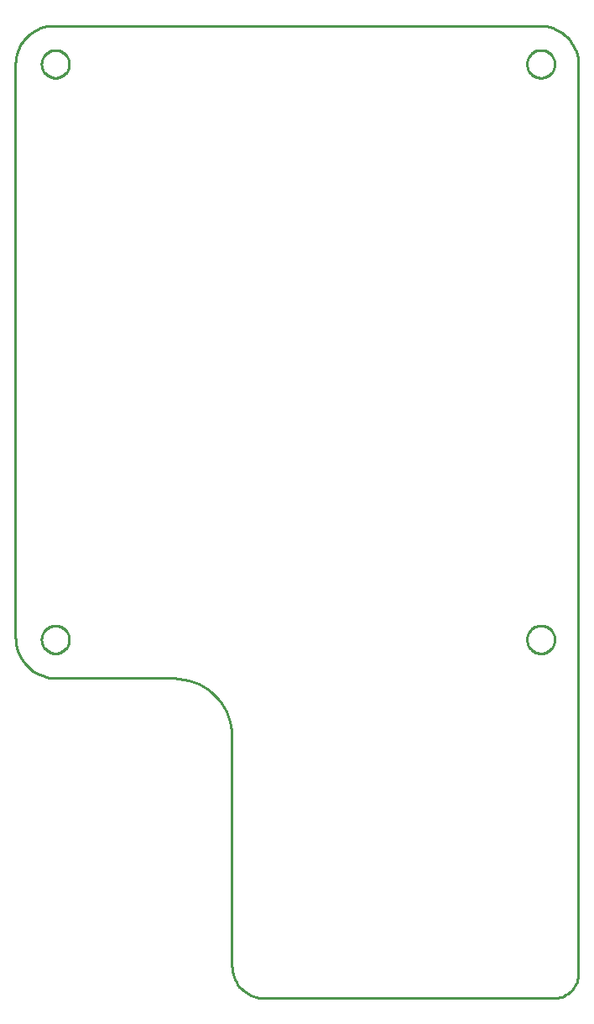
<source format=gbr>
G04 EAGLE Gerber RS-274X export*
G75*
%MOMM*%
%FSLAX34Y34*%
%LPD*%
%IN*%
%IPPOS*%
%AMOC8*
5,1,8,0,0,1.08239X$1,22.5*%
G01*
%ADD10C,0.254000*%


D10*
X139700Y412701D02*
X139859Y409053D01*
X140336Y405432D01*
X141126Y401867D01*
X142225Y398384D01*
X143622Y395010D01*
X145308Y391771D01*
X147270Y388691D01*
X149494Y385793D01*
X151961Y383101D01*
X154653Y380634D01*
X157551Y378410D01*
X160631Y376448D01*
X163870Y374762D01*
X167244Y373365D01*
X170727Y372266D01*
X174292Y371476D01*
X177913Y370999D01*
X181561Y370840D01*
X299720Y370840D01*
X304812Y370618D01*
X309865Y369952D01*
X314840Y368849D01*
X319701Y367317D01*
X324409Y365367D01*
X328930Y363013D01*
X333228Y360275D01*
X337272Y357172D01*
X341029Y353729D01*
X344472Y349972D01*
X347575Y345928D01*
X350313Y341630D01*
X352667Y337109D01*
X354617Y332401D01*
X356149Y327540D01*
X357252Y322565D01*
X357918Y317512D01*
X358140Y312420D01*
X358140Y81280D01*
X358266Y78402D01*
X358642Y75546D01*
X359265Y72734D01*
X360131Y69987D01*
X361234Y67325D01*
X362564Y64770D01*
X364112Y62341D01*
X365865Y60055D01*
X367811Y57931D01*
X369935Y55985D01*
X372221Y54232D01*
X374650Y52684D01*
X377205Y51354D01*
X379867Y50251D01*
X382614Y49385D01*
X385426Y48762D01*
X388282Y48386D01*
X391160Y48260D01*
X682500Y48260D01*
X684714Y48357D01*
X686911Y48646D01*
X689074Y49125D01*
X691187Y49792D01*
X693235Y50640D01*
X695200Y51663D01*
X697069Y52854D01*
X698827Y54202D01*
X700461Y55700D01*
X701958Y57333D01*
X703306Y59091D01*
X704497Y60960D01*
X705520Y62926D01*
X706368Y64973D01*
X707035Y67086D01*
X707514Y69249D01*
X707803Y71446D01*
X707900Y73660D01*
X707900Y989025D01*
X707749Y992474D01*
X707299Y995897D01*
X706552Y999267D01*
X705513Y1002560D01*
X704192Y1005750D01*
X702598Y1008812D01*
X700743Y1011724D01*
X698641Y1014463D01*
X696309Y1017009D01*
X693763Y1019341D01*
X691024Y1021443D01*
X688112Y1023298D01*
X685050Y1024892D01*
X681860Y1026213D01*
X678567Y1027252D01*
X675197Y1027999D01*
X671774Y1028449D01*
X668325Y1028600D01*
X178461Y1028600D01*
X175083Y1028453D01*
X171730Y1028011D01*
X168429Y1027279D01*
X165204Y1026262D01*
X162080Y1024968D01*
X159080Y1023407D01*
X156229Y1021590D01*
X153546Y1019532D01*
X151053Y1017247D01*
X148768Y1014754D01*
X146710Y1012071D01*
X144893Y1009220D01*
X143332Y1006220D01*
X142038Y1003096D01*
X141021Y999871D01*
X140289Y996570D01*
X139848Y993217D01*
X139700Y989839D01*
X139700Y412701D01*
X194000Y409500D02*
X193929Y408503D01*
X193786Y407513D01*
X193574Y406536D01*
X193292Y405576D01*
X192943Y404639D01*
X192527Y403729D01*
X192048Y402852D01*
X191507Y402010D01*
X190908Y401210D01*
X190253Y400454D01*
X189546Y399747D01*
X188790Y399092D01*
X187990Y398493D01*
X187148Y397952D01*
X186271Y397473D01*
X185361Y397057D01*
X184424Y396708D01*
X183465Y396426D01*
X182487Y396214D01*
X181498Y396071D01*
X180500Y396000D01*
X179500Y396000D01*
X178503Y396071D01*
X177513Y396214D01*
X176536Y396426D01*
X175576Y396708D01*
X174639Y397057D01*
X173729Y397473D01*
X172852Y397952D01*
X172010Y398493D01*
X171210Y399092D01*
X170454Y399747D01*
X169747Y400454D01*
X169092Y401210D01*
X168493Y402010D01*
X167952Y402852D01*
X167473Y403729D01*
X167057Y404639D01*
X166708Y405576D01*
X166426Y406536D01*
X166214Y407513D01*
X166071Y408503D01*
X166000Y409500D01*
X166000Y410500D01*
X166071Y411498D01*
X166214Y412487D01*
X166426Y413465D01*
X166708Y414424D01*
X167057Y415361D01*
X167473Y416271D01*
X167952Y417148D01*
X168493Y417990D01*
X169092Y418790D01*
X169747Y419546D01*
X170454Y420253D01*
X171210Y420908D01*
X172010Y421507D01*
X172852Y422048D01*
X173729Y422527D01*
X174639Y422943D01*
X175576Y423292D01*
X176536Y423574D01*
X177513Y423786D01*
X178503Y423929D01*
X179500Y424000D01*
X180500Y424000D01*
X181498Y423929D01*
X182487Y423786D01*
X183465Y423574D01*
X184424Y423292D01*
X185361Y422943D01*
X186271Y422527D01*
X187148Y422048D01*
X187990Y421507D01*
X188790Y420908D01*
X189546Y420253D01*
X190253Y419546D01*
X190908Y418790D01*
X191507Y417990D01*
X192048Y417148D01*
X192527Y416271D01*
X192943Y415361D01*
X193292Y414424D01*
X193574Y413465D01*
X193786Y412487D01*
X193929Y411498D01*
X194000Y410500D01*
X194000Y409500D01*
X684000Y409500D02*
X683929Y408503D01*
X683786Y407513D01*
X683574Y406536D01*
X683292Y405576D01*
X682943Y404639D01*
X682527Y403729D01*
X682048Y402852D01*
X681507Y402010D01*
X680908Y401210D01*
X680253Y400454D01*
X679546Y399747D01*
X678790Y399092D01*
X677990Y398493D01*
X677148Y397952D01*
X676271Y397473D01*
X675361Y397057D01*
X674424Y396708D01*
X673465Y396426D01*
X672487Y396214D01*
X671498Y396071D01*
X670500Y396000D01*
X669500Y396000D01*
X668503Y396071D01*
X667513Y396214D01*
X666536Y396426D01*
X665576Y396708D01*
X664639Y397057D01*
X663729Y397473D01*
X662852Y397952D01*
X662010Y398493D01*
X661210Y399092D01*
X660454Y399747D01*
X659747Y400454D01*
X659092Y401210D01*
X658493Y402010D01*
X657952Y402852D01*
X657473Y403729D01*
X657057Y404639D01*
X656708Y405576D01*
X656426Y406536D01*
X656214Y407513D01*
X656071Y408503D01*
X656000Y409500D01*
X656000Y410500D01*
X656071Y411498D01*
X656214Y412487D01*
X656426Y413465D01*
X656708Y414424D01*
X657057Y415361D01*
X657473Y416271D01*
X657952Y417148D01*
X658493Y417990D01*
X659092Y418790D01*
X659747Y419546D01*
X660454Y420253D01*
X661210Y420908D01*
X662010Y421507D01*
X662852Y422048D01*
X663729Y422527D01*
X664639Y422943D01*
X665576Y423292D01*
X666536Y423574D01*
X667513Y423786D01*
X668503Y423929D01*
X669500Y424000D01*
X670500Y424000D01*
X671498Y423929D01*
X672487Y423786D01*
X673465Y423574D01*
X674424Y423292D01*
X675361Y422943D01*
X676271Y422527D01*
X677148Y422048D01*
X677990Y421507D01*
X678790Y420908D01*
X679546Y420253D01*
X680253Y419546D01*
X680908Y418790D01*
X681507Y417990D01*
X682048Y417148D01*
X682527Y416271D01*
X682943Y415361D01*
X683292Y414424D01*
X683574Y413465D01*
X683786Y412487D01*
X683929Y411498D01*
X684000Y410500D01*
X684000Y409500D01*
X194000Y989500D02*
X193929Y988503D01*
X193786Y987513D01*
X193574Y986536D01*
X193292Y985576D01*
X192943Y984639D01*
X192527Y983729D01*
X192048Y982852D01*
X191507Y982010D01*
X190908Y981210D01*
X190253Y980454D01*
X189546Y979747D01*
X188790Y979092D01*
X187990Y978493D01*
X187148Y977952D01*
X186271Y977473D01*
X185361Y977057D01*
X184424Y976708D01*
X183465Y976426D01*
X182487Y976214D01*
X181498Y976071D01*
X180500Y976000D01*
X179500Y976000D01*
X178503Y976071D01*
X177513Y976214D01*
X176536Y976426D01*
X175576Y976708D01*
X174639Y977057D01*
X173729Y977473D01*
X172852Y977952D01*
X172010Y978493D01*
X171210Y979092D01*
X170454Y979747D01*
X169747Y980454D01*
X169092Y981210D01*
X168493Y982010D01*
X167952Y982852D01*
X167473Y983729D01*
X167057Y984639D01*
X166708Y985576D01*
X166426Y986536D01*
X166214Y987513D01*
X166071Y988503D01*
X166000Y989500D01*
X166000Y990500D01*
X166071Y991498D01*
X166214Y992487D01*
X166426Y993465D01*
X166708Y994424D01*
X167057Y995361D01*
X167473Y996271D01*
X167952Y997148D01*
X168493Y997990D01*
X169092Y998790D01*
X169747Y999546D01*
X170454Y1000253D01*
X171210Y1000908D01*
X172010Y1001507D01*
X172852Y1002048D01*
X173729Y1002527D01*
X174639Y1002943D01*
X175576Y1003292D01*
X176536Y1003574D01*
X177513Y1003786D01*
X178503Y1003929D01*
X179500Y1004000D01*
X180500Y1004000D01*
X181498Y1003929D01*
X182487Y1003786D01*
X183465Y1003574D01*
X184424Y1003292D01*
X185361Y1002943D01*
X186271Y1002527D01*
X187148Y1002048D01*
X187990Y1001507D01*
X188790Y1000908D01*
X189546Y1000253D01*
X190253Y999546D01*
X190908Y998790D01*
X191507Y997990D01*
X192048Y997148D01*
X192527Y996271D01*
X192943Y995361D01*
X193292Y994424D01*
X193574Y993465D01*
X193786Y992487D01*
X193929Y991498D01*
X194000Y990500D01*
X194000Y989500D01*
X684000Y989500D02*
X683929Y988503D01*
X683786Y987513D01*
X683574Y986536D01*
X683292Y985576D01*
X682943Y984639D01*
X682527Y983729D01*
X682048Y982852D01*
X681507Y982010D01*
X680908Y981210D01*
X680253Y980454D01*
X679546Y979747D01*
X678790Y979092D01*
X677990Y978493D01*
X677148Y977952D01*
X676271Y977473D01*
X675361Y977057D01*
X674424Y976708D01*
X673465Y976426D01*
X672487Y976214D01*
X671498Y976071D01*
X670500Y976000D01*
X669500Y976000D01*
X668503Y976071D01*
X667513Y976214D01*
X666536Y976426D01*
X665576Y976708D01*
X664639Y977057D01*
X663729Y977473D01*
X662852Y977952D01*
X662010Y978493D01*
X661210Y979092D01*
X660454Y979747D01*
X659747Y980454D01*
X659092Y981210D01*
X658493Y982010D01*
X657952Y982852D01*
X657473Y983729D01*
X657057Y984639D01*
X656708Y985576D01*
X656426Y986536D01*
X656214Y987513D01*
X656071Y988503D01*
X656000Y989500D01*
X656000Y990500D01*
X656071Y991498D01*
X656214Y992487D01*
X656426Y993465D01*
X656708Y994424D01*
X657057Y995361D01*
X657473Y996271D01*
X657952Y997148D01*
X658493Y997990D01*
X659092Y998790D01*
X659747Y999546D01*
X660454Y1000253D01*
X661210Y1000908D01*
X662010Y1001507D01*
X662852Y1002048D01*
X663729Y1002527D01*
X664639Y1002943D01*
X665576Y1003292D01*
X666536Y1003574D01*
X667513Y1003786D01*
X668503Y1003929D01*
X669500Y1004000D01*
X670500Y1004000D01*
X671498Y1003929D01*
X672487Y1003786D01*
X673465Y1003574D01*
X674424Y1003292D01*
X675361Y1002943D01*
X676271Y1002527D01*
X677148Y1002048D01*
X677990Y1001507D01*
X678790Y1000908D01*
X679546Y1000253D01*
X680253Y999546D01*
X680908Y998790D01*
X681507Y997990D01*
X682048Y997148D01*
X682527Y996271D01*
X682943Y995361D01*
X683292Y994424D01*
X683574Y993465D01*
X683786Y992487D01*
X683929Y991498D01*
X684000Y990500D01*
X684000Y989500D01*
M02*

</source>
